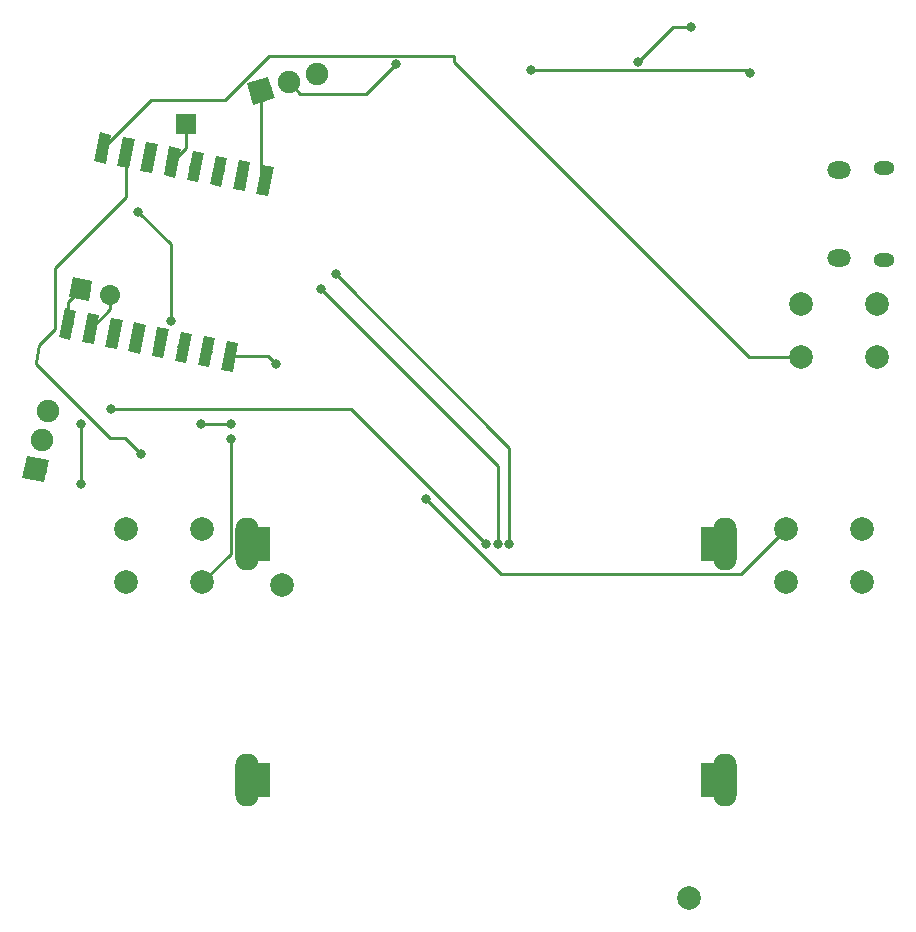
<source format=gbr>
G04 #@! TF.GenerationSoftware,KiCad,Pcbnew,(5.0.0-3-g5ebb6b6)*
G04 #@! TF.CreationDate,2019-01-19T17:02:55+01:00*
G04 #@! TF.ProjectId,Securityfest_2019_badge_beta,5365637572697479666573745F323031,rev?*
G04 #@! TF.SameCoordinates,Original*
G04 #@! TF.FileFunction,Copper,L2,Bot,Signal*
G04 #@! TF.FilePolarity,Positive*
%FSLAX46Y46*%
G04 Gerber Fmt 4.6, Leading zero omitted, Abs format (unit mm)*
G04 Created by KiCad (PCBNEW (5.0.0-3-g5ebb6b6)) date 2019 January 19, Saturday 17:02:55*
%MOMM*%
%LPD*%
G01*
G04 APERTURE LIST*
G04 #@! TA.AperFunction,ComponentPad*
%ADD10C,2.000000*%
G04 #@! TD*
G04 #@! TA.AperFunction,ComponentPad*
%ADD11R,1.700000X1.700000*%
G04 #@! TD*
G04 #@! TA.AperFunction,ComponentPad*
%ADD12C,1.700000*%
G04 #@! TD*
G04 #@! TA.AperFunction,Conductor*
%ADD13C,0.100000*%
G04 #@! TD*
G04 #@! TA.AperFunction,Conductor*
%ADD14C,1.700000*%
G04 #@! TD*
G04 #@! TA.AperFunction,ComponentPad*
%ADD15O,1.800000X1.150000*%
G04 #@! TD*
G04 #@! TA.AperFunction,ComponentPad*
%ADD16O,2.000000X1.450000*%
G04 #@! TD*
G04 #@! TA.AperFunction,ComponentPad*
%ADD17C,1.900000*%
G04 #@! TD*
G04 #@! TA.AperFunction,ViaPad*
%ADD18C,2.000000*%
G04 #@! TD*
G04 #@! TA.AperFunction,SMDPad,CuDef*
%ADD19R,1.500000X3.000000*%
G04 #@! TD*
G04 #@! TA.AperFunction,WasherPad*
%ADD20O,2.000000X4.500000*%
G04 #@! TD*
G04 #@! TA.AperFunction,SMDPad,CuDef*
%ADD21C,1.000000*%
G04 #@! TD*
G04 #@! TA.AperFunction,ViaPad*
%ADD22C,0.800000*%
G04 #@! TD*
G04 #@! TA.AperFunction,Conductor*
%ADD23C,0.250000*%
G04 #@! TD*
G04 APERTURE END LIST*
D10*
G04 #@! TO.P,SW3,1*
G04 #@! TO.N,GND*
X185570000Y-69850000D03*
G04 #@! TO.P,SW3,2*
G04 #@! TO.N,Net-(SW3-Pad2)*
X185570000Y-74350000D03*
G04 #@! TO.P,SW3,1*
G04 #@! TO.N,GND*
X179070000Y-69850000D03*
G04 #@! TO.P,SW3,2*
G04 #@! TO.N,Net-(SW3-Pad2)*
X179070000Y-74350000D03*
G04 #@! TD*
D11*
G04 #@! TO.P,GPIO16,1*
G04 #@! TO.N,Net-(J3-Pad1)*
X127000000Y-54610000D03*
G04 #@! TD*
D12*
G04 #@! TO.P,TX/RX,1*
G04 #@! TO.N,Net-(J4-Pad1)*
X118110000Y-68580000D03*
D13*
G04 #@! TD*
G04 #@! TO.N,Net-(J4-Pad1)*
G04 #@! TO.C,TX/RX*
G36*
X117113429Y-69252195D02*
X117437805Y-67583429D01*
X119106571Y-67907805D01*
X118782195Y-69576571D01*
X117113429Y-69252195D01*
X117113429Y-69252195D01*
G37*
D12*
G04 #@! TO.P,TX/RX,2*
G04 #@! TO.N,Net-(J4-Pad2)*
X120603333Y-69064655D03*
D14*
G04 #@! TD*
G04 #@! TO.N,Net-(J4-Pad2)*
G04 #@! TO.C,TX/RX*
X120603333Y-69064655D02*
X120603333Y-69064655D01*
D15*
G04 #@! TO.P,J1,6*
G04 #@! TO.N,N/C*
X186100000Y-58355000D03*
X186100000Y-66105000D03*
D16*
X182300000Y-58505000D03*
X182300000Y-65955000D03*
G04 #@! TD*
D17*
G04 #@! TO.P,S1,1*
G04 #@! TO.N,+3V3*
X133350000Y-51800000D03*
D13*
G04 #@! TD*
G04 #@! TO.N,+3V3*
G04 #@! TO.C,S1*
G36*
X132719264Y-52986243D02*
X132163757Y-51169264D01*
X133980736Y-50613757D01*
X134536243Y-52430736D01*
X132719264Y-52986243D01*
X132719264Y-52986243D01*
G37*
D17*
G04 #@! TO.P,S1,2*
G04 #@! TO.N,/3.3V*
X135740762Y-51069071D03*
G04 #@! TO.P,S1,3*
G04 #@! TO.N,Net-(S1-Pad3)*
X138131524Y-50338141D03*
G04 #@! TD*
G04 #@! TO.P,S2,3*
G04 #@! TO.N,GND*
X115339558Y-78929262D03*
G04 #@! TO.P,S2,2*
G04 #@! TO.N,Net-(R14-Pad1)*
X114819779Y-81374631D03*
G04 #@! TO.P,S2,1*
G04 #@! TO.N,+3V3*
X114300000Y-83820000D03*
D13*
G04 #@! TD*
G04 #@! TO.N,+3V3*
G04 #@! TO.C,S2*
G36*
X115031724Y-84946756D02*
X113173244Y-84551724D01*
X113568276Y-82693244D01*
X115426756Y-83088276D01*
X115031724Y-84946756D01*
X115031724Y-84946756D01*
G37*
D10*
G04 #@! TO.P,SW1,1*
G04 #@! TO.N,Net-(R6-Pad1)*
X128420000Y-88900000D03*
G04 #@! TO.P,SW1,2*
G04 #@! TO.N,Net-(R4-Pad2)*
X128420000Y-93400000D03*
G04 #@! TO.P,SW1,1*
G04 #@! TO.N,Net-(R6-Pad1)*
X121920000Y-88900000D03*
G04 #@! TO.P,SW1,2*
G04 #@! TO.N,Net-(R4-Pad2)*
X121920000Y-93400000D03*
G04 #@! TD*
G04 #@! TO.P,SW2,2*
G04 #@! TO.N,Net-(R5-Pad2)*
X177800000Y-93400000D03*
G04 #@! TO.P,SW2,1*
G04 #@! TO.N,Net-(R6-Pad1)*
X177800000Y-88900000D03*
G04 #@! TO.P,SW2,2*
G04 #@! TO.N,Net-(R5-Pad2)*
X184300000Y-93400000D03*
G04 #@! TO.P,SW2,1*
G04 #@! TO.N,Net-(R6-Pad1)*
X184300000Y-88900000D03*
G04 #@! TD*
D18*
G04 #@! TO.N,*
G04 #@! TO.C,U3*
X169650000Y-120130000D03*
D19*
G04 #@! TD*
G04 #@! TO.P,U3,*
G04 #@! TO.N,*
X171400000Y-90130000D03*
G04 #@! TO.P,U3,*
G04 #@! TO.N,*
X171400000Y-110130000D03*
X133400000Y-110130000D03*
X133400000Y-90130000D03*
D20*
X172650000Y-110130000D03*
X132150000Y-110130000D03*
X172650000Y-90130000D03*
X132150000Y-90130000D03*
D18*
G04 #@! TD*
G04 #@! TO.N,*
G04 #@! TO.C,U3*
X135150000Y-93630000D03*
D21*
G04 #@! TO.P,U4,22*
G04 #@! TO.N,Net-(J4-Pad1)*
X116998658Y-71536860D03*
D13*
G04 #@! TD*
G04 #@! TO.N,Net-(J4-Pad1)*
G04 #@! TO.C,U4*
G36*
X116753283Y-70213119D02*
X117733898Y-70409065D01*
X117244033Y-72860601D01*
X116263418Y-72664655D01*
X116753283Y-70213119D01*
X116753283Y-70213119D01*
G37*
D21*
G04 #@! TO.P,U4,21*
G04 #@! TO.N,Net-(J4-Pad2)*
X118959887Y-71928752D03*
D13*
G04 #@! TD*
G04 #@! TO.N,Net-(J4-Pad2)*
G04 #@! TO.C,U4*
G36*
X118714512Y-70605011D02*
X119695127Y-70800957D01*
X119205262Y-73252493D01*
X118224647Y-73056547D01*
X118714512Y-70605011D01*
X118714512Y-70605011D01*
G37*
D21*
G04 #@! TO.P,U4,20*
G04 #@! TO.N,Net-(R12-Pad2)*
X120921117Y-72320643D03*
D13*
G04 #@! TD*
G04 #@! TO.N,Net-(R12-Pad2)*
G04 #@! TO.C,U4*
G36*
X120675742Y-70996902D02*
X121656357Y-71192848D01*
X121166492Y-73644384D01*
X120185877Y-73448438D01*
X120675742Y-70996902D01*
X120675742Y-70996902D01*
G37*
D21*
G04 #@! TO.P,U4,19*
G04 #@! TO.N,Net-(R13-Pad2)*
X122882346Y-72712537D03*
D13*
G04 #@! TD*
G04 #@! TO.N,Net-(R13-Pad2)*
G04 #@! TO.C,U4*
G36*
X122636971Y-71388796D02*
X123617586Y-71584742D01*
X123127721Y-74036278D01*
X122147106Y-73840332D01*
X122636971Y-71388796D01*
X122636971Y-71388796D01*
G37*
D21*
G04 #@! TO.P,U4,18*
G04 #@! TO.N,Net-(R14-Pad2)*
X124843575Y-73104429D03*
D13*
G04 #@! TD*
G04 #@! TO.N,Net-(R14-Pad2)*
G04 #@! TO.C,U4*
G36*
X124598200Y-71780688D02*
X125578815Y-71976634D01*
X125088950Y-74428170D01*
X124108335Y-74232224D01*
X124598200Y-71780688D01*
X124598200Y-71780688D01*
G37*
D21*
G04 #@! TO.P,U4,17*
G04 #@! TO.N,Net-(R15-Pad2)*
X126804805Y-73496321D03*
D13*
G04 #@! TD*
G04 #@! TO.N,Net-(R15-Pad2)*
G04 #@! TO.C,U4*
G36*
X126559430Y-72172580D02*
X127540045Y-72368526D01*
X127050180Y-74820062D01*
X126069565Y-74624116D01*
X126559430Y-72172580D01*
X126559430Y-72172580D01*
G37*
D21*
G04 #@! TO.P,U4,16*
G04 #@! TO.N,Net-(R16-Pad2)*
X128766034Y-73888214D03*
D13*
G04 #@! TD*
G04 #@! TO.N,Net-(R16-Pad2)*
G04 #@! TO.C,U4*
G36*
X128520659Y-72564473D02*
X129501274Y-72760419D01*
X129011409Y-75211955D01*
X128030794Y-75016009D01*
X128520659Y-72564473D01*
X128520659Y-72564473D01*
G37*
D21*
G04 #@! TO.P,U4,15*
G04 #@! TO.N,GND*
X130727263Y-74280106D03*
D13*
G04 #@! TD*
G04 #@! TO.N,GND*
G04 #@! TO.C,U4*
G36*
X130481888Y-72956365D02*
X131462503Y-73152311D01*
X130972638Y-75603847D01*
X129992023Y-75407901D01*
X130481888Y-72956365D01*
X130481888Y-72956365D01*
G37*
D21*
G04 #@! TO.P,U4,8*
G04 #@! TO.N,+3V3*
X133705645Y-59374763D03*
D13*
G04 #@! TD*
G04 #@! TO.N,+3V3*
G04 #@! TO.C,U4*
G36*
X133460270Y-58051022D02*
X134440885Y-58246968D01*
X133951020Y-60698504D01*
X132970405Y-60502558D01*
X133460270Y-58051022D01*
X133460270Y-58051022D01*
G37*
D21*
G04 #@! TO.P,U4,7*
G04 #@! TO.N,Net-(R11-Pad1)*
X131744415Y-58982871D03*
D13*
G04 #@! TD*
G04 #@! TO.N,Net-(R11-Pad1)*
G04 #@! TO.C,U4*
G36*
X131499040Y-57659130D02*
X132479655Y-57855076D01*
X131989790Y-60306612D01*
X131009175Y-60110666D01*
X131499040Y-57659130D01*
X131499040Y-57659130D01*
G37*
D21*
G04 #@! TO.P,U4,6*
G04 #@! TO.N,Net-(R10-Pad1)*
X129783186Y-58590979D03*
D13*
G04 #@! TD*
G04 #@! TO.N,Net-(R10-Pad1)*
G04 #@! TO.C,U4*
G36*
X129537811Y-57267238D02*
X130518426Y-57463184D01*
X130028561Y-59914720D01*
X129047946Y-59718774D01*
X129537811Y-57267238D01*
X129537811Y-57267238D01*
G37*
D21*
G04 #@! TO.P,U4,5*
G04 #@! TO.N,Net-(R9-Pad1)*
X127821957Y-58199086D03*
D13*
G04 #@! TD*
G04 #@! TO.N,Net-(R9-Pad1)*
G04 #@! TO.C,U4*
G36*
X127576582Y-56875345D02*
X128557197Y-57071291D01*
X128067332Y-59522827D01*
X127086717Y-59326881D01*
X127576582Y-56875345D01*
X127576582Y-56875345D01*
G37*
D21*
G04 #@! TO.P,U4,4*
G04 #@! TO.N,Net-(J3-Pad1)*
X125860727Y-57807194D03*
D13*
G04 #@! TD*
G04 #@! TO.N,Net-(J3-Pad1)*
G04 #@! TO.C,U4*
G36*
X125615352Y-56483453D02*
X126595967Y-56679399D01*
X126106102Y-59130935D01*
X125125487Y-58934989D01*
X125615352Y-56483453D01*
X125615352Y-56483453D01*
G37*
D21*
G04 #@! TO.P,U4,3*
G04 #@! TO.N,Net-(R8-Pad1)*
X123899498Y-57415302D03*
D13*
G04 #@! TD*
G04 #@! TO.N,Net-(R8-Pad1)*
G04 #@! TO.C,U4*
G36*
X123654123Y-56091561D02*
X124634738Y-56287507D01*
X124144873Y-58739043D01*
X123164258Y-58543097D01*
X123654123Y-56091561D01*
X123654123Y-56091561D01*
G37*
D21*
G04 #@! TO.P,U4,2*
G04 #@! TO.N,Net-(R6-Pad1)*
X121938269Y-57023409D03*
D13*
G04 #@! TD*
G04 #@! TO.N,Net-(R6-Pad1)*
G04 #@! TO.C,U4*
G36*
X121692894Y-55699668D02*
X122673509Y-55895614D01*
X122183644Y-58347150D01*
X121203029Y-58151204D01*
X121692894Y-55699668D01*
X121692894Y-55699668D01*
G37*
D21*
G04 #@! TO.P,U4,1*
G04 #@! TO.N,Net-(SW3-Pad2)*
X119977039Y-56631517D03*
D13*
G04 #@! TD*
G04 #@! TO.N,Net-(SW3-Pad2)*
G04 #@! TO.C,U4*
G36*
X119731664Y-55307776D02*
X120712279Y-55503722D01*
X120222414Y-57955258D01*
X119241799Y-57759312D01*
X119731664Y-55307776D01*
X119731664Y-55307776D01*
G37*
D22*
G04 #@! TO.N,Net-(C1-Pad2)*
X156210000Y-50065000D03*
X174767817Y-50307817D03*
G04 #@! TO.N,GND*
X134620000Y-74930000D03*
X130727263Y-74280106D03*
X165290000Y-49340000D03*
X169811067Y-46350934D03*
G04 #@! TO.N,/3.3V*
X144780000Y-49530000D03*
G04 #@! TO.N,+3V3*
X128270000Y-80010000D03*
X130810000Y-80010000D03*
X133705645Y-59374763D03*
X125730000Y-71259469D03*
X122974459Y-62038676D03*
G04 #@! TO.N,Net-(R4-Pad2)*
X130810000Y-81280000D03*
X128420000Y-93400000D03*
G04 #@! TO.N,Net-(R6-Pad1)*
X123190000Y-82550000D03*
X147320000Y-86360000D03*
X177800000Y-88900000D03*
G04 #@! TO.N,Net-(R8-Pad1)*
X123899498Y-57415302D03*
G04 #@! TO.N,Net-(R9-Pad1)*
X127821957Y-58199086D03*
G04 #@! TO.N,Net-(R10-Pad1)*
X129783186Y-58590979D03*
G04 #@! TO.N,Net-(R10-Pad2)*
X138430000Y-68580000D03*
X153400000Y-90130000D03*
G04 #@! TO.N,Net-(R11-Pad2)*
X139700000Y-67310000D03*
X154400000Y-90130000D03*
G04 #@! TO.N,Net-(R11-Pad1)*
X131744415Y-58982871D03*
G04 #@! TO.N,Net-(R12-Pad1)*
X120650000Y-78740000D03*
X152400000Y-90130000D03*
G04 #@! TO.N,Net-(R12-Pad2)*
X120921117Y-72320644D03*
G04 #@! TO.N,Net-(R13-Pad2)*
X122882346Y-72712537D03*
G04 #@! TO.N,Net-(R13-Pad1)*
X118110000Y-85090000D03*
X118110000Y-80010000D03*
G04 #@! TO.N,Net-(R14-Pad2)*
X124843575Y-73104429D03*
G04 #@! TO.N,Net-(R15-Pad2)*
X126804805Y-73496321D03*
G04 #@! TO.N,Net-(R16-Pad2)*
X128766034Y-73888214D03*
G04 #@! TO.N,Net-(SW3-Pad2)*
X179070000Y-74350000D03*
G04 #@! TD*
D23*
G04 #@! TO.N,Net-(C1-Pad2)*
X174525000Y-50065000D02*
X174767817Y-50307817D01*
X156210000Y-50065000D02*
X174525000Y-50065000D01*
G04 #@! TO.N,GND*
X133970106Y-74280106D02*
X130727263Y-74280106D01*
X134620000Y-74930000D02*
X133970106Y-74280106D01*
X168279066Y-46350934D02*
X169811067Y-46350934D01*
X166370000Y-48260000D02*
X168279066Y-46350934D01*
X166370000Y-48260000D02*
X165290000Y-49340000D01*
G04 #@! TO.N,/3.3V*
X136690761Y-52019070D02*
X142290930Y-52019070D01*
X142290930Y-52019070D02*
X144780000Y-49530000D01*
X135740762Y-51069071D02*
X136690761Y-52019070D01*
G04 #@! TO.N,Net-(J3-Pad1)*
X126325000Y-54610000D02*
X127000000Y-54610000D01*
X127000000Y-56667921D02*
X125860727Y-57807194D01*
X127000000Y-54610000D02*
X127000000Y-56667921D01*
G04 #@! TO.N,Net-(J4-Pad1)*
X116840000Y-71695518D02*
X116998658Y-71536860D01*
X116998658Y-69691342D02*
X118110000Y-68580000D01*
X116998658Y-71536860D02*
X116998658Y-69691342D01*
G04 #@! TO.N,Net-(J4-Pad2)*
X120603333Y-70285306D02*
X120603333Y-69064655D01*
X118959887Y-71928752D02*
X120603333Y-70285306D01*
G04 #@! TO.N,+3V3*
X133350000Y-59019118D02*
X133705645Y-59374763D01*
X133350000Y-51800000D02*
X133350000Y-59019118D01*
X128270000Y-80010000D02*
X130810000Y-80010000D01*
X125730000Y-64794217D02*
X122974459Y-62038676D01*
X125730000Y-71259469D02*
X125730000Y-64794217D01*
G04 #@! TO.N,Net-(R4-Pad2)*
X130810000Y-91010000D02*
X128420000Y-93400000D01*
X130810000Y-81280000D02*
X130810000Y-91010000D01*
G04 #@! TO.N,Net-(R6-Pad1)*
X176800001Y-89899999D02*
X177800000Y-88900000D01*
X173994990Y-92705010D02*
X176800001Y-89899999D01*
X153665010Y-92705010D02*
X173994990Y-92705010D01*
X147320000Y-86360000D02*
X153665010Y-92705010D01*
X121938269Y-60805171D02*
X121938269Y-58398119D01*
X115938408Y-66805032D02*
X121938269Y-60805171D01*
X115938408Y-71960700D02*
X115938408Y-66805032D01*
X114300000Y-74754934D02*
X114600096Y-73299012D01*
X114300000Y-74930000D02*
X114300000Y-74754934D01*
X114600096Y-73299012D02*
X115938408Y-71960700D01*
X120552096Y-81182096D02*
X114300000Y-74930000D01*
X121938269Y-58398119D02*
X121938269Y-57023409D01*
X121822096Y-81182096D02*
X120552096Y-81182096D01*
X123190000Y-82550000D02*
X121822096Y-81182096D01*
G04 #@! TO.N,Net-(R10-Pad2)*
X153400000Y-83550000D02*
X153400000Y-90130000D01*
X138430000Y-68580000D02*
X153400000Y-83550000D01*
G04 #@! TO.N,Net-(R11-Pad2)*
X154400000Y-82010000D02*
X154400000Y-90130000D01*
X139700000Y-67310000D02*
X154400000Y-82010000D01*
G04 #@! TO.N,Net-(R12-Pad1)*
X141010000Y-78740000D02*
X152400000Y-90130000D01*
X120650000Y-78740000D02*
X141010000Y-78740000D01*
G04 #@! TO.N,Net-(R13-Pad1)*
X118110000Y-85090000D02*
X118110000Y-80010000D01*
G04 #@! TO.N,Net-(SW3-Pad2)*
X134068387Y-48804999D02*
X149714999Y-48804999D01*
X130308025Y-52565361D02*
X134068387Y-48804999D01*
X124043195Y-52565361D02*
X130308025Y-52565361D01*
X119977039Y-56631517D02*
X124043195Y-52565361D01*
X179070000Y-74350000D02*
X174680000Y-74350000D01*
X149714999Y-49384999D02*
X149714999Y-48804999D01*
X174680000Y-74350000D02*
X149714999Y-49384999D01*
G04 #@! TD*
M02*

</source>
